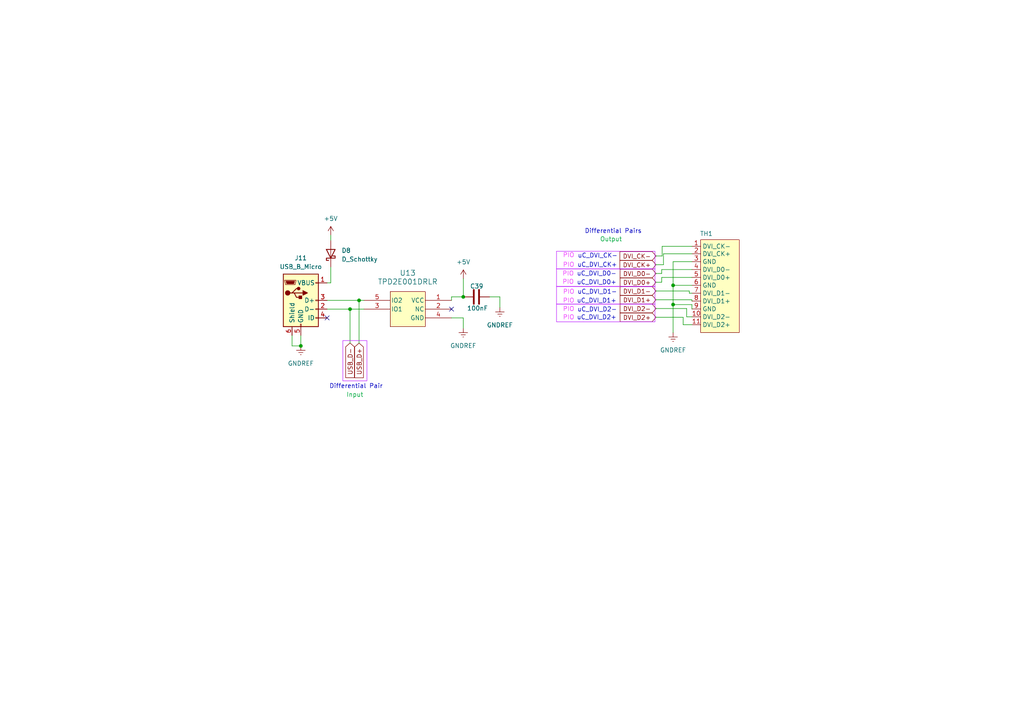
<source format=kicad_sch>
(kicad_sch (version 20230121) (generator eeschema)
  (paper "A4")
  (lib_symbols
    (symbol "Connector:USB_B_Micro" (pin_names (offset 1.016))
      (property "Reference" "J" (at -5.08 11.43 0))
      (property "Value" "USB_B_Micro" (at -5.08 8.89 0))
      (symbol "USB_B_Micro_0_1"
        (rectangle (start -5.08 -7.62) (end 5.08 7.62) (stroke (width 0.254)) (fill (type background)))
        (circle (center -3.81 2.159) (radius 0.635) (stroke (width 0.254)) (fill (type outline)))
        (circle (center -0.635 3.429) (radius 0.381) (stroke (width 0.254)) (fill (type outline)))
        (rectangle (start -0.127 -7.62) (end 0.127 -6.858))
        (polyline (pts (xy -1.905 2.159) (xy 0.635 2.159)) (stroke (width 0.254)))
        (polyline (pts (xy -3.175 2.159) (xy -2.54 2.159) (xy -1.27 3.429) (xy -0.635 3.429)) (stroke (width 0.254)))
        (polyline (pts (xy -2.54 2.159) (xy -1.905 2.159) (xy -1.27 0.889) (xy 0 0.889)) (stroke (width 0.254)))
        (polyline (pts (xy 0.635 2.794) (xy 0.635 1.524) (xy 1.905 2.159) (xy 0.635 2.794)) (stroke (width 0.254)) (fill (type outline)))
        (polyline (pts (xy -4.318 5.588) (xy -1.778 5.588) (xy -2.032 4.826) (xy -4.064 4.826) (xy -4.318 5.588)) (fill (type outline)))
        (polyline (pts (xy -4.699 5.842) (xy -4.699 5.588) (xy -4.445 4.826) (xy -4.445 4.572) (xy -1.651 4.572) (xy -1.651 4.826) (xy -1.397 5.588) (xy -1.397 5.842) (xy -4.699 5.842)))
        (rectangle (start 0.254 1.27) (end -0.508 0.508) (stroke (width 0.254)) (fill (type outline)))
        (rectangle (start 5.08 -5.207) (end 4.318 -4.953))
        (rectangle (start 5.08 -2.667) (end 4.318 -2.413))
        (rectangle (start 5.08 -0.127) (end 4.318 0.127))
        (rectangle (start 5.08 4.953) (end 4.318 5.207))
      )
      (symbol "USB_B_Micro_1_1"
        (pin power_out line (at 7.62 5.08 180) (length 2.54) (name "VBUS") (number "1"))
        (pin bidirectional line (at 7.62 -2.54 180) (length 2.54) (name "D-") (number "2"))
        (pin bidirectional line (at 7.62 0 180) (length 2.54) (name "D+") (number "3"))
        (pin passive line (at 7.62 -5.08 180) (length 2.54) (name "ID") (number "4"))
        (pin power_out line (at 0 -10.16 90) (length 2.54) (name "GND") (number "5"))
        (pin passive line (at -2.54 -10.16 90) (length 2.54) (name "Shield") (number "6"))
      )
    )
    (symbol "Device:C" (pin_numbers hide) (pin_names (offset 0.254))
      (property "Reference" "C" (at 0.635 2.54 0))
      (property "Value" "C" (at 0.635 -2.54 0))
      (symbol "C_0_1"
        (polyline (pts (xy -2.032 -0.762) (xy 2.032 -0.762)) (stroke (width 0.508)))
        (polyline (pts (xy -2.032 0.762) (xy 2.032 0.762)) (stroke (width 0.508)))
      )
      (symbol "C_1_1"
        (pin passive line (at 0 3.81 270) (length 2.794) (name "~") (number "1"))
        (pin passive line (at 0 -3.81 90) (length 2.794) (name "~") (number "2"))
      )
    )
    (symbol "Device:D_Schottky" (pin_numbers hide) (pin_names (offset 1.016) hide)
      (property "Reference" "D" (at 0 2.54 0))
      (property "Value" "D_Schottky" (at 0 -2.54 0))
      (symbol "D_Schottky_0_1"
        (polyline (pts (xy 1.27 0) (xy -1.27 0)))
        (polyline (pts (xy 1.27 1.27) (xy 1.27 -1.27) (xy -1.27 0) (xy 1.27 1.27)) (stroke (width 0.254)))
        (polyline (pts (xy -1.905 0.635) (xy -1.905 1.27) (xy -1.27 1.27) (xy -1.27 -1.27) (xy -0.635 -1.27) (xy -0.635 -0.635)) (stroke (width 0.254)))
      )
      (symbol "D_Schottky_1_1"
        (pin passive line (at -3.81 0 0) (length 2.54) (name "K") (number "1"))
        (pin passive line (at 3.81 0 180) (length 2.54) (name "A") (number "2"))
      )
    )
    (symbol "HDMI-through-hole-conn:Through_Hole_Connector"
      (property "Reference" "TH" (at 6.604 5.334 0))
      (symbol "Through_Hole_Connector_1_1"
        (rectangle (start -2.54 4.572) (end 8.636 -22.352) (fill (type background)))
        (pin output line (at -5.08 2.667 0) (length 2.54) (name "DVI_CK-") (number "1"))
        (pin output line (at -5.08 -17.78 0) (length 2.54) (name "DVI_D2-") (number "10"))
        (pin output line (at -5.08 -20.066 0) (length 2.54) (name "DVI_D2+") (number "11"))
        (pin output line (at -5.08 0.508 0) (length 2.54) (name "DVI_CK+") (number "2"))
        (pin output line (at -5.08 -1.778 0) (length 2.54) (name "GND") (number "3"))
        (pin output line (at -5.08 -4.064 0) (length 2.54) (name "DVI_D0-") (number "4"))
        (pin output line (at -5.08 -6.35 0) (length 2.54) (name "DVI_D0+") (number "5"))
        (pin output line (at -5.08 -8.636 0) (length 2.54) (name "GND") (number "6"))
        (pin output line (at -5.08 -10.922 0) (length 2.54) (name "DVI_D1-") (number "7"))
        (pin output line (at -5.08 -13.208 0) (length 2.54) (name "DVI_D1+") (number "8"))
        (pin output line (at -5.08 -15.494 0) (length 2.54) (name "GND") (number "9"))
      )
    )
    (symbol "TPD2E001DRLR:TPD2E001DRLR" (pin_names (offset 0.254))
      (property "Reference" "U" (at 7.62 3.81 0))
      (property "Value" "TPD2E001DRLR" (at 8.89 -8.89 0))
      (symbol "TPD2E001DRLR_0_1"
        (pin power_in line (at 17.78 0 180) (length 7.62) (name "VCC") (number "1"))
        (pin unspecified line (at 17.78 -2.54 180) (length 7.62) (name "NC") (number "2"))
        (pin bidirectional line (at -7.62 -2.54 0) (length 7.62) (name "IO1") (number "3"))
        (pin power_in line (at 17.78 -5.08 180) (length 7.62) (name "GND") (number "4"))
        (pin bidirectional line (at -7.62 0 0) (length 7.62) (name "IO2") (number "5"))
      )
      (symbol "TPD2E001DRLR_1_1"
        (rectangle (start 0 -7.62) (end 10.16 2.54) (fill (type background)))
      )
    )
    (symbol "power:+5V" (power) (pin_names (offset 0))
      (property "Value" "+5V" (at 0 3.556 0))
      (symbol "+5V_0_1"
        (polyline (pts (xy -0.762 1.27) (xy 0 2.54)))
        (polyline (pts (xy 0 0) (xy 0 2.54)))
        (polyline (pts (xy 0 2.54) (xy 0.762 1.27)))
      )
      (symbol "+5V_1_1"
        (pin power_in line (at 0 0 90) (length 0) hide (name "+5V") (number "1"))
      )
    )
    (symbol "power:GNDREF" (power) (pin_names (offset 0))
      (property "Value" "GNDREF" (at 0 -3.81 0))
      (symbol "GNDREF_0_1"
        (polyline (pts (xy -0.635 -1.905) (xy 0.635 -1.905)))
        (polyline (pts (xy -0.127 -2.54) (xy 0.127 -2.54)))
        (polyline (pts (xy 0 -1.27) (xy 0 0)))
        (polyline (pts (xy 1.27 -1.27) (xy -1.27 -1.27)))
      )
      (symbol "GNDREF_1_1"
        (pin power_in line (at 0 0 270) (length 0) hide (name "GNDREF") (number "1"))
      )
    )
  )
  (junction (at 104.14 87.122))
  (junction (at 195.2244 82.7532))
  (junction (at 87.249 100.33))
  (junction (at 101.5238 89.662))
  (junction (at 134.366 86.106))
  (junction (at 195.2244 88.3412))
  (no_connect (at 94.869 92.202))
  (no_connect (at 130.9624 89.662))
  (wire (pts (xy 101.5238 89.662) (xy 105.5624 89.662)))
  (wire (pts (xy 190.2714 81.8642) (xy 191.9224 81.8642)))
  (wire (pts (xy 190.2714 76.7842) (xy 192.4304 76.7842)))
  (wire (pts (xy 134.3914 80.8228) (xy 134.3914 86.106)))
  (wire (pts (xy 87.249 97.282) (xy 87.249 100.33)))
  (wire (pts (xy 95.9358 82.042) (xy 94.869 82.042)))
  (wire (pts (xy 190.2714 79.3242) (xy 191.9224 79.3242)))
  (wire (pts (xy 134.3914 86.106) (xy 134.366 86.106)))
  (wire (pts (xy 199.9234 84.4042) (xy 199.9234 85.0392)))
  (wire (pts (xy 199.1614 91.8972) (xy 200.6854 91.8972)))
  (wire (pts (xy 200.6854 86.9442) (xy 200.6854 87.3252)))
  (wire (pts (xy 101.5238 89.662) (xy 101.5238 99.4918)))
  (wire (pts (xy 200.6854 88.3412) (xy 195.2244 88.3412)))
  (wire (pts (xy 198.1454 94.1832) (xy 200.6854 94.1832)))
  (wire (pts (xy 94.869 89.662) (xy 101.5238 89.662)))
  (wire (pts (xy 190.2714 74.2442) (xy 192.0494 74.2442)))
  (wire (pts (xy 195.2244 75.8952) (xy 195.2244 82.7532)))
  (wire (pts (xy 200.6854 75.8952) (xy 195.2244 75.8952)))
  (wire (pts (xy 191.9224 79.3242) (xy 191.9224 78.1812)))
  (wire (pts (xy 95.9358 77.4192) (xy 95.9358 82.042)))
  (wire (pts (xy 199.9234 85.0392) (xy 200.6854 85.0392)))
  (wire (pts (xy 134.366 92.202) (xy 134.366 95.1992)))
  (wire (pts (xy 200.6854 89.6112) (xy 200.6854 88.3412)))
  (wire (pts (xy 141.986 86.106) (xy 144.9832 86.106)))
  (wire (pts (xy 84.709 100.33) (xy 87.249 100.33)))
  (wire (pts (xy 84.709 97.282) (xy 84.709 100.33)))
  (wire (pts (xy 130.9624 92.202) (xy 134.366 92.202)))
  (wire (pts (xy 144.9832 86.106) (xy 144.9832 89.2048)))
  (wire (pts (xy 191.9224 80.4672) (xy 200.6854 80.4672)))
  (wire (pts (xy 130.9624 86.106) (xy 130.9624 87.122)))
  (wire (pts (xy 192.0494 71.4502) (xy 200.6854 71.4502)))
  (wire (pts (xy 94.869 87.122) (xy 104.14 87.122)))
  (wire (pts (xy 190.2714 92.0242) (xy 198.1454 92.0242)))
  (wire (pts (xy 134.366 86.106) (xy 130.9624 86.106)))
  (wire (pts (xy 190.2714 86.9442) (xy 200.6854 86.9442)))
  (wire (pts (xy 192.4304 76.7842) (xy 192.4304 73.6092)))
  (wire (pts (xy 195.2244 82.7532) (xy 200.6854 82.7532)))
  (wire (pts (xy 195.2244 88.3412) (xy 195.2244 96.4692)))
  (wire (pts (xy 95.9358 68.2244) (xy 95.9358 69.7992)))
  (wire (pts (xy 190.2714 89.4842) (xy 199.1614 89.4842)))
  (wire (pts (xy 104.14 87.122) (xy 104.14 99.5172)))
  (wire (pts (xy 104.14 87.122) (xy 105.5624 87.122)))
  (wire (pts (xy 195.2244 82.7532) (xy 195.2244 88.3412)))
  (wire (pts (xy 198.1454 92.0242) (xy 198.1454 94.1832)))
  (wire (pts (xy 190.2714 84.4042) (xy 199.9234 84.4042)))
  (wire (pts (xy 192.4304 73.6092) (xy 200.6854 73.6092)))
  (wire (pts (xy 191.9224 78.1812) (xy 200.6854 78.1812)))
  (wire (pts (xy 192.0494 74.2442) (xy 192.0494 71.4502)))
  (wire (pts (xy 191.9224 81.8642) (xy 191.9224 80.4672)))
  (wire (pts (xy 199.1614 89.4842) (xy 199.1614 91.8972)))
  (rectangle (start 189.9666 83.0834) (end 161.417 88.2142) (stroke (width 0) (color 191 39 255 1)))
  (rectangle (start 99.441 110.4646) (end 106.426 98.7806) (stroke (width 0) (color 191 39 255 1)))
  (rectangle (start 189.9666 77.9526) (end 161.417 83.0834) (stroke (width 0) (color 191 39 255 1)))
  (rectangle (start 189.9666 88.2142) (end 161.417 93.345) (stroke (width 0) (color 191 39 255 1)))
  (rectangle (start 189.9666 72.8726) (end 161.417 78.0034) (stroke (width 0) (color 191 39 255 1)))
  (text "Differential Pairs" (at 169.5704 67.8942 0) (effects (font (size 1.27 1.27)) (justify left bottom)))
  (text "PIO" (at 163.2458 85.5218 0) (effects (font (size 1.27 1.27)) (justify left bottom)))
  (text "uC_DVI_CK+" (at 167.4114 77.6986 0) (effects (font (size 1.27 1.27)) (justify left bottom)))
  (text "PIO" (at 163.2204 77.6986 0) (effects (font (size 1.27 1.27)) (justify left bottom)))
  (text "PIO" (at 163.2204 88.1126 0) (effects (font (size 1.27 1.27)) (justify left bottom)))
  (text "PIO" (at 163.2204 92.9386 0) (effects (font (size 1.27 1.27)) (justify left bottom)))
  (text "PIO" (at 163.2204 90.5256 0) (effects (font (size 1.27 1.27)) (justify left bottom)))
  (text "PIO" (at 163.2204 74.9046 0) (effects (font (size 1.27 1.27)) (justify left bottom)))
  (text "Input\n" (at 100.457 115.4176 0) (effects (font (size 1.27 1.27)) (justify left bottom)))
  (text "PIO" (at 163.0934 80.2386 0) (effects (font (size 1.27 1.27)) (justify left bottom)))
  (text "uC_DVI_D0+" (at 167.2844 82.7786 0) (effects (font (size 1.27 1.27)) (justify left bottom)))
  (text "Output\n" (at 174.0154 70.3072 0) (effects (font (size 1.27 1.27)) (justify left bottom)))
  (text "uC_DVI_D1-" (at 167.4368 85.5218 0) (effects (font (size 1.27 1.27)) (justify left bottom)))
  (text "uC_DVI_D1+" (at 167.2844 88.1126 0) (effects (font (size 1.27 1.27)) (justify left bottom)))
  (text "uC_DVI_D0-" (at 167.2844 80.2386 0) (effects (font (size 1.27 1.27)) (justify left bottom)))
  (text "uC_DVI_D2-" (at 167.4114 90.6526 0) (effects (font (size 1.27 1.27)) (justify left bottom)))
  (text "uC_DVI_D2+" (at 167.2844 92.9386 0) (effects (font (size 1.27 1.27)) (justify left bottom)))
  (text "PIO" (at 163.0934 82.6516 0) (effects (font (size 1.27 1.27)) (justify left bottom)))
  (text "Differential Pair\n" (at 95.504 112.8776 0) (effects (font (size 1.27 1.27)) (justify left bottom)))
  (text "uC_DVI_CK-" (at 167.5384 75.0316 0) (effects (font (size 1.27 1.27)) (justify left bottom)))
  (global_label "USB_D-" (shape input) (at 101.5238 99.4918 270) (property "Intersheetrefs" "${INTERSHEET_REFS}" (effects hide)))
  (global_label "DVI_D2-" (shape input) (at 190.2714 89.4842 180) (property "Intersheetrefs" "${INTERSHEET_REFS}" (effects hide)))
  (global_label "DVI_CK-" (shape input) (at 190.2714 74.2442 180) (property "Intersheetrefs" "${INTERSHEET_REFS}" (effects hide)))
  (global_label "DVI_D1-" (shape input) (at 190.2714 84.4042 180) (property "Intersheetrefs" "${INTERSHEET_REFS}" (effects hide)))
  (global_label "DVI_D1+" (shape input) (at 190.2714 86.9442 180) (property "Intersheetrefs" "${INTERSHEET_REFS}" (effects hide)))
  (global_label "DVI_CK+" (shape input) (at 190.2714 76.7842 180) (property "Intersheetrefs" "${INTERSHEET_REFS}" (effects hide)))
  (global_label "DVI_D0+" (shape input) (at 190.2714 81.8642 180) (property "Intersheetrefs" "${INTERSHEET_REFS}" (effects hide)))
  (global_label "USB_D+" (shape input) (at 104.14 99.5172 270) (property "Intersheetrefs" "${INTERSHEET_REFS}" (effects hide)))
  (global_label "DVI_D0-" (shape input) (at 190.2714 79.3242 180) (property "Intersheetrefs" "${INTERSHEET_REFS}" (effects hide)))
  (global_label "DVI_D2+" (shape input) (at 190.2714 92.0242 180) (property "Intersheetrefs" "${INTERSHEET_REFS}" (effects hide)))
  (symbol (lib_id "power:GNDREF") (at 144.9832 89.2048 0) (mirror y) (unit 1)
    (property "Reference" "#PWR063" (effects hide))
    (property "Value" "GNDREF" (at 144.9832 94.2848 0))
  )
  (symbol (lib_id "HDMI-through-hole-conn:Through_Hole_Connector") (at 205.7654 74.1172 0) (unit 1)
    (property "Reference" "TH1" (at 204.8764 67.7672 0))
    (property "Value" "~" (at 205.7654 74.1172 0))
    (property "Footprint" "Connector_PinSocket_2.54mm:PinSocket_1x11_P2.54mm_Vertical" (effects hide))
  )
  (symbol (lib_id "power:GNDREF") (at 195.2244 96.4692 0) (mirror y) (unit 1)
    (property "Reference" "#PWR085" (effects hide))
    (property "Value" "GNDREF" (at 195.2244 101.5492 0))
  )
  (symbol (lib_id "Connector:USB_B_Micro") (at 87.249 87.122 0) (unit 1)
    (property "Reference" "J11" (at 87.249 74.8284 0))
    (property "Value" "USB_B_Micro" (at 87.249 77.3684 0))
    (property "Footprint" "Connector_USB:USB_Micro-B_Molex-105017-0001" (effects hide))
  )
  (symbol (lib_id "power:GNDREF") (at 87.249 100.33 0) (mirror y) (unit 1)
    (property "Reference" "#PWR010" (effects hide))
    (property "Value" "GNDREF" (at 87.249 105.41 0))
  )
  (symbol (lib_id "power:GNDREF") (at 134.366 95.1992 0) (mirror y) (unit 1)
    (property "Reference" "#PWR056" (effects hide))
    (property "Value" "GNDREF" (at 134.366 100.2792 0))
  )
  (symbol (lib_id "power:+5V") (at 95.9358 68.2244 0) (unit 1)
    (property "Reference" "#PWR054" (effects hide))
    (property "Value" "+5V" (at 95.9358 63.3984 0))
  )
  (symbol (lib_id "power:+5V") (at 134.3914 80.8228 0) (unit 1)
    (property "Reference" "#PWR055" (effects hide))
    (property "Value" "+5V" (at 134.3914 75.9968 0))
  )
  (symbol (lib_id "Device:D_Schottky") (at 95.9358 73.6092 90) (unit 1)
    (property "Reference" "D8" (at 99.06 72.6567 90) (effects (justify right)))
    (property "Value" "D_Schottky" (at 99.06 75.1967 90) (effects (justify right)))
    (property "Footprint" "Diode_SMD:D_SMA" (effects hide))
    (property "Datasheet" "https://www.lcsc.com/datasheet/lcsc_datasheet_2307121610_MDD-Microdiode-Electronics--SS14_C2480.pdf" (effects hide))
  )
  (symbol (lib_id "Device:C") (at 138.176 86.106 270) (unit 1)
    (property "Reference" "C39" (at 138.2776 83.0072 90))
    (property "Value" "100nF" (at 138.4808 89.408 90))
    (property "Footprint" "Capacitor_SMD:C_0805_2012Metric" (effects hide))
    (property "Datasheet" "https://www.lcsc.com/datasheet/lcsc_datasheet_2304140030_YAGEO-CC0805KRX7R9BB104_C49678.pdf" (effects hide))
  )
  (symbol (lib_id "TPD2E001DRLR:TPD2E001DRLR") (at 113.1824 87.122 0) (unit 1)
    (property "Reference" "U13" (at 118.2624 79.1718 0) (effects (font (size 1.524 1.524))))
    (property "Value" "TPD2E001DRLR" (at 118.2624 81.7118 0) (effects (font (size 1.524 1.524))))
    (property "Footprint" "Package_TO_SOT_SMD:Texas_R-PDSO-N5_DRL-5" (effects hide))
    (property "Datasheet" "TPD2E001DRLR" (effects hide))
  )
)
</source>
